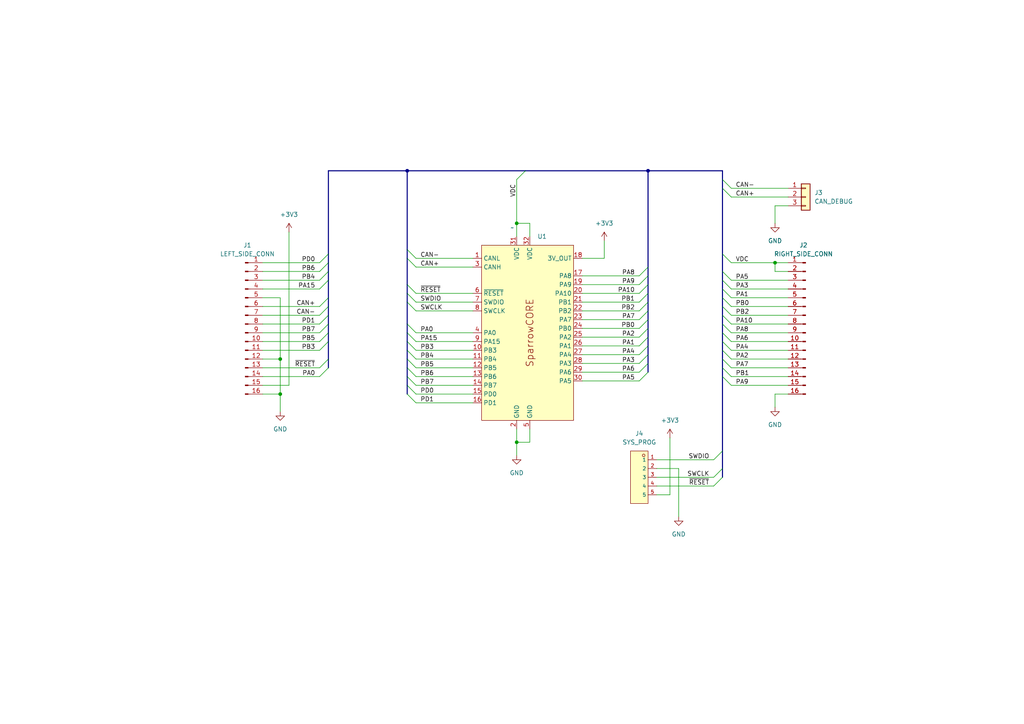
<source format=kicad_sch>
(kicad_sch (version 20230121) (generator eeschema)
  (paper "A4")
  (title_block (title "TinySparrow Breadboard Adapter"))
  (lib_symbols
    (symbol "A2547WV-5P:A2547WV-5P"
      (property "Reference" "U" (at 0 1.27 0))
      (property "Value" "A2547WV-5P" (at 0 -2.54 0))
      (symbol "A2547WV-5P_0_1"
        (rectangle (start 0 7.62) (end 5.08 -7.62) (fill (type background)))
        (circle (center 1.27 6.35) (radius 0.381) (fill (type background)))
        (pin unspecified line (at -2.54 5.08 0) (length 2.54) (name "1") (number "1"))
        (pin unspecified line (at -2.54 2.54 0) (length 2.54) (name "2") (number "2"))
        (pin unspecified line (at -2.54 0 0) (length 2.54) (name "3") (number "3"))
        (pin unspecified line (at -2.54 -2.54 0) (length 2.54) (name "4") (number "4"))
        (pin unspecified line (at -2.54 -5.08 0) (length 2.54) (name "5") (number "5"))
      )
    )
    (symbol "Connector:Conn_01x16_Pin" (pin_names (offset 1.016) hide)
      (property "Reference" "J" (at 0 20.32 0))
      (property "Value" "Conn_01x16_Pin" (at 0 -22.86 0))
      (symbol "Conn_01x16_Pin_1_1"
        (polyline (pts (xy 1.27 -20.32) (xy 0.8636 -20.32)) (stroke (width 0.1524)))
        (polyline (pts (xy 1.27 -17.78) (xy 0.8636 -17.78)) (stroke (width 0.1524)))
        (polyline (pts (xy 1.27 -15.24) (xy 0.8636 -15.24)) (stroke (width 0.1524)))
        (polyline (pts (xy 1.27 -12.7) (xy 0.8636 -12.7)) (stroke (width 0.1524)))
        (polyline (pts (xy 1.27 -10.16) (xy 0.8636 -10.16)) (stroke (width 0.1524)))
        (polyline (pts (xy 1.27 -7.62) (xy 0.8636 -7.62)) (stroke (width 0.1524)))
        (polyline (pts (xy 1.27 -5.08) (xy 0.8636 -5.08)) (stroke (width 0.1524)))
        (polyline (pts (xy 1.27 -2.54) (xy 0.8636 -2.54)) (stroke (width 0.1524)))
        (polyline (pts (xy 1.27 0) (xy 0.8636 0)) (stroke (width 0.1524)))
        (polyline (pts (xy 1.27 2.54) (xy 0.8636 2.54)) (stroke (width 0.1524)))
        (polyline (pts (xy 1.27 5.08) (xy 0.8636 5.08)) (stroke (width 0.1524)))
        (polyline (pts (xy 1.27 7.62) (xy 0.8636 7.62)) (stroke (width 0.1524)))
        (polyline (pts (xy 1.27 10.16) (xy 0.8636 10.16)) (stroke (width 0.1524)))
        (polyline (pts (xy 1.27 12.7) (xy 0.8636 12.7)) (stroke (width 0.1524)))
        (polyline (pts (xy 1.27 15.24) (xy 0.8636 15.24)) (stroke (width 0.1524)))
        (polyline (pts (xy 1.27 17.78) (xy 0.8636 17.78)) (stroke (width 0.1524)))
        (rectangle (start 0.8636 -20.193) (end 0 -20.447) (stroke (width 0.1524)) (fill (type outline)))
        (rectangle (start 0.8636 -17.653) (end 0 -17.907) (stroke (width 0.1524)) (fill (type outline)))
        (rectangle (start 0.8636 -15.113) (end 0 -15.367) (stroke (width 0.1524)) (fill (type outline)))
        (rectangle (start 0.8636 -12.573) (end 0 -12.827) (stroke (width 0.1524)) (fill (type outline)))
        (rectangle (start 0.8636 -10.033) (end 0 -10.287) (stroke (width 0.1524)) (fill (type outline)))
        (rectangle (start 0.8636 -7.493) (end 0 -7.747) (stroke (width 0.1524)) (fill (type outline)))
        (rectangle (start 0.8636 -4.953) (end 0 -5.207) (stroke (width 0.1524)) (fill (type outline)))
        (rectangle (start 0.8636 -2.413) (end 0 -2.667) (stroke (width 0.1524)) (fill (type outline)))
        (rectangle (start 0.8636 0.127) (end 0 -0.127) (stroke (width 0.1524)) (fill (type outline)))
        (rectangle (start 0.8636 2.667) (end 0 2.413) (stroke (width 0.1524)) (fill (type outline)))
        (rectangle (start 0.8636 5.207) (end 0 4.953) (stroke (width 0.1524)) (fill (type outline)))
        (rectangle (start 0.8636 7.747) (end 0 7.493) (stroke (width 0.1524)) (fill (type outline)))
        (rectangle (start 0.8636 10.287) (end 0 10.033) (stroke (width 0.1524)) (fill (type outline)))
        (rectangle (start 0.8636 12.827) (end 0 12.573) (stroke (width 0.1524)) (fill (type outline)))
        (rectangle (start 0.8636 15.367) (end 0 15.113) (stroke (width 0.1524)) (fill (type outline)))
        (rectangle (start 0.8636 17.907) (end 0 17.653) (stroke (width 0.1524)) (fill (type outline)))
        (pin passive line (at 5.08 17.78 180) (length 3.81) (name "Pin_1") (number "1"))
        (pin passive line (at 5.08 -5.08 180) (length 3.81) (name "Pin_10") (number "10"))
        (pin passive line (at 5.08 -7.62 180) (length 3.81) (name "Pin_11") (number "11"))
        (pin passive line (at 5.08 -10.16 180) (length 3.81) (name "Pin_12") (number "12"))
        (pin passive line (at 5.08 -12.7 180) (length 3.81) (name "Pin_13") (number "13"))
        (pin passive line (at 5.08 -15.24 180) (length 3.81) (name "Pin_14") (number "14"))
        (pin passive line (at 5.08 -17.78 180) (length 3.81) (name "Pin_15") (number "15"))
        (pin passive line (at 5.08 -20.32 180) (length 3.81) (name "Pin_16") (number "16"))
        (pin passive line (at 5.08 15.24 180) (length 3.81) (name "Pin_2") (number "2"))
        (pin passive line (at 5.08 12.7 180) (length 3.81) (name "Pin_3") (number "3"))
        (pin passive line (at 5.08 10.16 180) (length 3.81) (name "Pin_4") (number "4"))
        (pin passive line (at 5.08 7.62 180) (length 3.81) (name "Pin_5") (number "5"))
        (pin passive line (at 5.08 5.08 180) (length 3.81) (name "Pin_6") (number "6"))
        (pin passive line (at 5.08 2.54 180) (length 3.81) (name "Pin_7") (number "7"))
        (pin passive line (at 5.08 0 180) (length 3.81) (name "Pin_8") (number "8"))
        (pin passive line (at 5.08 -2.54 180) (length 3.81) (name "Pin_9") (number "9"))
      )
    )
    (symbol "Connector_Generic:Conn_01x03" (pin_names (offset 1.016) hide)
      (property "Reference" "J" (at 0 5.08 0))
      (property "Value" "Conn_01x03" (at 0 -5.08 0))
      (symbol "Conn_01x03_1_1"
        (rectangle (start -1.27 -2.413) (end 0 -2.667) (stroke (width 0.1524)))
        (rectangle (start -1.27 0.127) (end 0 -0.127) (stroke (width 0.1524)))
        (rectangle (start -1.27 2.667) (end 0 2.413) (stroke (width 0.1524)))
        (rectangle (start -1.27 3.81) (end 1.27 -3.81) (stroke (width 0.254)) (fill (type background)))
        (pin passive line (at -5.08 2.54 0) (length 3.81) (name "Pin_1") (number "1"))
        (pin passive line (at -5.08 0 0) (length 3.81) (name "Pin_2") (number "2"))
        (pin passive line (at -5.08 -2.54 0) (length 3.81) (name "Pin_3") (number "3"))
      )
    )
    (symbol "SparrowCore:SparrowCore"
      (property "Reference" "U" (at 10.16 2.54 0))
      (symbol "SparrowCore_1_1"
        (rectangle (start -13.97 0) (end 12.7 -50.8) (fill (type background)))
        (text "SparrowCORE" (at 0 -25.4 900) (effects (font (size 2 2))))
        (pin bidirectional line (at -16.51 -3.81 0) (length 2.54) (name "CANL") (number "1"))
        (pin bidirectional line (at -16.51 -30.48 0) (length 2.54) (name "PB3") (number "10"))
        (pin bidirectional line (at -16.51 -33.02 0) (length 2.54) (name "PB4") (number "11"))
        (pin bidirectional line (at -16.51 -35.56 0) (length 2.54) (name "PB5") (number "12"))
        (pin bidirectional line (at -16.51 -38.1 0) (length 2.54) (name "PB6") (number "13"))
        (pin bidirectional line (at -16.51 -40.64 0) (length 2.54) (name "PB7") (number "14"))
        (pin bidirectional line (at -16.51 -43.18 0) (length 2.54) (name "PD0") (number "15"))
        (pin bidirectional line (at -16.51 -45.72 0) (length 2.54) (name "PD1") (number "16"))
        (pin bidirectional line (at 15.24 -8.89 180) (length 2.54) (name "PA8") (number "17"))
        (pin power_out line (at 15.24 -3.81 180) (length 2.54) (name "3V_OUT") (number "18"))
        (pin bidirectional line (at 15.24 -11.43 180) (length 2.54) (name "PA9") (number "19"))
        (pin power_in line (at -3.81 -53.34 90) (length 2.54) (name "GND") (number "2"))
        (pin bidirectional line (at 15.24 -13.97 180) (length 2.54) (name "PA10") (number "20"))
        (pin bidirectional line (at 15.24 -16.51 180) (length 2.54) (name "PB1") (number "21"))
        (pin bidirectional line (at 15.24 -19.05 180) (length 2.54) (name "PB2") (number "22"))
        (pin bidirectional line (at 15.24 -21.59 180) (length 2.54) (name "PA7") (number "23"))
        (pin bidirectional line (at 15.24 -24.13 180) (length 2.54) (name "PB0") (number "24"))
        (pin bidirectional line (at 15.24 -26.67 180) (length 2.54) (name "PA2") (number "25"))
        (pin bidirectional line (at 15.24 -29.21 180) (length 2.54) (name "PA1") (number "26"))
        (pin bidirectional line (at 15.24 -31.75 180) (length 2.54) (name "PA4") (number "27"))
        (pin bidirectional line (at 15.24 -34.29 180) (length 2.54) (name "PA3") (number "28"))
        (pin bidirectional line (at 15.24 -36.83 180) (length 2.54) (name "PA6") (number "29"))
        (pin bidirectional line (at -16.51 -6.35 0) (length 2.54) (name "CANH") (number "3"))
        (pin bidirectional line (at 15.24 -39.37 180) (length 2.54) (name "PA5") (number "30"))
        (pin power_in line (at -3.81 2.54 270) (length 2.54) (name "VDC") (number "31"))
        (pin power_in line (at 0 2.54 270) (length 2.54) (name "VDC") (number "32"))
        (pin bidirectional line (at -16.51 -25.4 0) (length 2.54) (name "PA0") (number "4"))
        (pin power_in line (at 0 -53.34 90) (length 2.54) (name "GND") (number "5"))
        (pin bidirectional line (at -16.51 -13.97 0) (length 2.54) (name "~{RESET}") (number "6"))
        (pin bidirectional line (at -16.51 -16.51 0) (length 2.54) (name "SWDIO") (number "7"))
        (pin input line (at -16.51 -19.05 0) (length 2.54) (name "SWCLK") (number "8"))
        (pin bidirectional line (at -16.51 -27.94 0) (length 2.54) (name "PA15") (number "9"))
      )
    )
    (symbol "power:+3V3" (power) (pin_names (offset 0))
      (property "Value" "+3V3" (at 0 3.556 0))
      (symbol "+3V3_0_1"
        (polyline (pts (xy -0.762 1.27) (xy 0 2.54)))
        (polyline (pts (xy 0 0) (xy 0 2.54)))
        (polyline (pts (xy 0 2.54) (xy 0.762 1.27)))
      )
      (symbol "+3V3_1_1"
        (pin power_in line (at 0 0 90) (length 0) hide (name "+3V3") (number "1"))
      )
    )
    (symbol "power:GND" (power) (pin_names (offset 0))
      (property "Value" "GND" (at 0 -3.81 0))
      (symbol "GND_0_1"
        (polyline (pts (xy 0 0) (xy 0 -1.27) (xy 1.27 -1.27) (xy 0 -2.54) (xy -1.27 -1.27) (xy 0 -1.27)))
      )
      (symbol "GND_1_1"
        (pin power_in line (at 0 0 270) (length 0) hide (name "GND") (number "1"))
      )
    )
  )
  (junction (at 81.28 104.14))
  (junction (at 118.11 49.53))
  (junction (at 149.86 128.27))
  (junction (at 187.96 49.53))
  (junction (at 81.28 114.3))
  (junction (at 224.79 76.2))
  (junction (at 149.86 64.77))
  (bus_entry (at 92.71 81.28) (size 2.54 -2.54))
  (bus_entry (at 185.42 82.55) (size 2.54 -2.54))
  (bus_entry (at 212.09 104.14) (size -2.54 -2.54))
  (bus_entry (at 120.65 116.84) (size -2.54 -2.54))
  (bus_entry (at 212.09 109.22) (size -2.54 -2.54))
  (bus_entry (at 185.42 100.33) (size 2.54 -2.54))
  (bus_entry (at 120.65 104.14) (size -2.54 -2.54))
  (bus_entry (at 120.65 99.06) (size -2.54 -2.54))
  (bus_entry (at 212.09 99.06) (size -2.54 -2.54))
  (bus_entry (at 212.09 106.68) (size -2.54 -2.54))
  (bus_entry (at 92.71 88.9) (size 2.54 -2.54))
  (bus_entry (at 120.65 111.76) (size -2.54 -2.54))
  (bus_entry (at 120.65 87.63) (size -2.54 -2.54))
  (bus_entry (at 92.71 91.44) (size 2.54 -2.54))
  (bus_entry (at 207.01 138.43) (size 2.54 -2.54))
  (bus_entry (at 185.42 80.01) (size 2.54 -2.54))
  (bus_entry (at 212.09 83.82) (size -2.54 -2.54))
  (bus_entry (at 120.65 85.09) (size -2.54 -2.54))
  (bus_entry (at 92.71 83.82) (size 2.54 -2.54))
  (bus_entry (at 92.71 99.06) (size 2.54 -2.54))
  (bus_entry (at 92.71 101.6) (size 2.54 -2.54))
  (bus_entry (at 212.09 54.61) (size -2.54 -2.54))
  (bus_entry (at 149.86 52.07) (size 2.54 -2.54))
  (bus_entry (at 92.71 93.98) (size 2.54 -2.54))
  (bus_entry (at 120.65 96.52) (size -2.54 -2.54))
  (bus_entry (at 92.71 109.22) (size 2.54 -2.54))
  (bus_entry (at 120.65 109.22) (size -2.54 -2.54))
  (bus_entry (at 92.71 76.2) (size 2.54 -2.54))
  (bus_entry (at 185.42 102.87) (size 2.54 -2.54))
  (bus_entry (at 185.42 107.95) (size 2.54 -2.54))
  (bus_entry (at 185.42 87.63) (size 2.54 -2.54))
  (bus_entry (at 92.71 78.74) (size 2.54 -2.54))
  (bus_entry (at 212.09 93.98) (size -2.54 -2.54))
  (bus_entry (at 212.09 101.6) (size -2.54 -2.54))
  (bus_entry (at 185.42 85.09) (size 2.54 -2.54))
  (bus_entry (at 92.71 96.52) (size 2.54 -2.54))
  (bus_entry (at 120.65 90.17) (size -2.54 -2.54))
  (bus_entry (at 120.65 114.3) (size -2.54 -2.54))
  (bus_entry (at 207.01 133.35) (size 2.54 -2.54))
  (bus_entry (at 212.09 88.9) (size -2.54 -2.54))
  (bus_entry (at 120.65 101.6) (size -2.54 -2.54))
  (bus_entry (at 212.09 81.28) (size -2.54 -2.54))
  (bus_entry (at 212.09 57.15) (size -2.54 -2.54))
  (bus_entry (at 120.65 77.47) (size -2.54 -2.54))
  (bus_entry (at 120.65 106.68) (size -2.54 -2.54))
  (bus_entry (at 185.42 95.25) (size 2.54 -2.54))
  (bus_entry (at 185.42 97.79) (size 2.54 -2.54))
  (bus_entry (at 185.42 105.41) (size 2.54 -2.54))
  (bus_entry (at 212.09 96.52) (size -2.54 -2.54))
  (bus_entry (at 212.09 111.76) (size -2.54 -2.54))
  (bus_entry (at 92.71 106.68) (size 2.54 -2.54))
  (bus_entry (at 212.09 91.44) (size -2.54 -2.54))
  (bus_entry (at 212.09 76.2) (size -2.54 -2.54))
  (bus_entry (at 212.09 86.36) (size -2.54 -2.54))
  (bus_entry (at 185.42 90.17) (size 2.54 -2.54))
  (bus_entry (at 207.01 140.97) (size 2.54 -2.54))
  (bus_entry (at 185.42 110.49) (size 2.54 -2.54))
  (bus_entry (at 120.65 74.93) (size -2.54 -2.54))
  (bus_entry (at 185.42 92.71) (size 2.54 -2.54))
  (wire (pts (xy 168.91 85.09) (xy 185.42 85.09)))
  (bus (pts (xy 95.25 106.68) (xy 95.25 104.14)))
  (wire (pts (xy 212.09 106.68) (xy 228.6 106.68)))
  (wire (pts (xy 224.79 59.69) (xy 228.6 59.69)))
  (bus (pts (xy 209.55 99.06) (xy 209.55 101.6)))
  (bus (pts (xy 187.96 102.87) (xy 187.96 100.33)))
  (wire (pts (xy 153.67 128.27) (xy 153.67 124.46)))
  (bus (pts (xy 95.25 81.28) (xy 95.25 78.74)))
  (wire (pts (xy 137.16 85.09) (xy 120.65 85.09)))
  (bus (pts (xy 209.55 81.28) (xy 209.55 83.82)))
  (wire (pts (xy 168.91 110.49) (xy 185.42 110.49)))
  (wire (pts (xy 175.26 74.93) (xy 168.91 74.93)))
  (bus (pts (xy 187.96 97.79) (xy 187.96 95.25)))
  (wire (pts (xy 76.2 106.68) (xy 92.71 106.68)))
  (bus (pts (xy 209.55 78.74) (xy 209.55 81.28)))
  (bus (pts (xy 209.55 130.81) (xy 209.55 135.89)))
  (bus (pts (xy 187.96 90.17) (xy 187.96 87.63)))
  (wire (pts (xy 190.5 138.43) (xy 207.01 138.43)))
  (bus (pts (xy 209.55 49.53) (xy 209.55 52.07)))
  (bus (pts (xy 209.55 96.52) (xy 209.55 99.06)))
  (bus (pts (xy 152.4 49.53) (xy 187.96 49.53)))
  (wire (pts (xy 196.85 135.89) (xy 196.85 149.86)))
  (wire (pts (xy 81.28 86.36) (xy 76.2 86.36)))
  (bus (pts (xy 209.55 109.22) (xy 209.55 130.81)))
  (bus (pts (xy 187.96 82.55) (xy 187.96 80.01)))
  (wire (pts (xy 76.2 83.82) (xy 92.71 83.82)))
  (wire (pts (xy 76.2 93.98) (xy 92.71 93.98)))
  (bus (pts (xy 118.11 101.6) (xy 118.11 104.14)))
  (wire (pts (xy 228.6 76.2) (xy 224.79 76.2)))
  (bus (pts (xy 209.55 106.68) (xy 209.55 109.22)))
  (bus (pts (xy 209.55 73.66) (xy 209.55 78.74)))
  (wire (pts (xy 76.2 96.52) (xy 92.71 96.52)))
  (bus (pts (xy 118.11 109.22) (xy 118.11 111.76)))
  (bus (pts (xy 209.55 86.36) (xy 209.55 88.9)))
  (wire (pts (xy 168.91 100.33) (xy 185.42 100.33)))
  (bus (pts (xy 118.11 96.52) (xy 118.11 99.06)))
  (wire (pts (xy 228.6 57.15) (xy 212.09 57.15)))
  (wire (pts (xy 81.28 104.14) (xy 81.28 86.36)))
  (bus (pts (xy 209.55 101.6) (xy 209.55 104.14)))
  (bus (pts (xy 118.11 106.68) (xy 118.11 109.22)))
  (bus (pts (xy 118.11 99.06) (xy 118.11 101.6)))
  (wire (pts (xy 137.16 104.14) (xy 120.65 104.14)))
  (wire (pts (xy 228.6 78.74) (xy 224.79 78.74)))
  (wire (pts (xy 168.91 82.55) (xy 185.42 82.55)))
  (wire (pts (xy 137.16 74.93) (xy 120.65 74.93)))
  (bus (pts (xy 95.25 93.98) (xy 95.25 91.44)))
  (wire (pts (xy 190.5 135.89) (xy 196.85 135.89)))
  (bus (pts (xy 187.96 105.41) (xy 187.96 102.87)))
  (bus (pts (xy 187.96 100.33) (xy 187.96 97.79)))
  (bus (pts (xy 118.11 74.93) (xy 118.11 82.55)))
  (wire (pts (xy 212.09 88.9) (xy 228.6 88.9)))
  (wire (pts (xy 137.16 114.3) (xy 120.65 114.3)))
  (wire (pts (xy 168.91 80.01) (xy 185.42 80.01)))
  (bus (pts (xy 118.11 111.76) (xy 118.11 114.3)))
  (wire (pts (xy 149.86 124.46) (xy 149.86 128.27)))
  (bus (pts (xy 95.25 99.06) (xy 95.25 96.52)))
  (wire (pts (xy 81.28 104.14) (xy 76.2 104.14)))
  (wire (pts (xy 137.16 90.17) (xy 120.65 90.17)))
  (bus (pts (xy 209.55 83.82) (xy 209.55 86.36)))
  (wire (pts (xy 212.09 96.52) (xy 228.6 96.52)))
  (wire (pts (xy 149.86 128.27) (xy 149.86 132.08)))
  (bus (pts (xy 95.25 73.66) (xy 95.25 49.53)))
  (wire (pts (xy 212.09 101.6) (xy 228.6 101.6)))
  (wire (pts (xy 168.91 102.87) (xy 185.42 102.87)))
  (wire (pts (xy 76.2 76.2) (xy 92.71 76.2)))
  (wire (pts (xy 168.91 95.25) (xy 185.42 95.25)))
  (wire (pts (xy 137.16 106.68) (xy 120.65 106.68)))
  (bus (pts (xy 118.11 93.98) (xy 118.11 96.52)))
  (bus (pts (xy 95.25 76.2) (xy 95.25 73.66)))
  (wire (pts (xy 212.09 83.82) (xy 228.6 83.82)))
  (wire (pts (xy 137.16 99.06) (xy 120.65 99.06)))
  (wire (pts (xy 224.79 76.2) (xy 212.09 76.2)))
  (bus (pts (xy 209.55 91.44) (xy 209.55 93.98)))
  (bus (pts (xy 209.55 135.89) (xy 209.55 138.43)))
  (wire (pts (xy 137.16 96.52) (xy 120.65 96.52)))
  (bus (pts (xy 95.25 96.52) (xy 95.25 93.98)))
  (wire (pts (xy 149.86 64.77) (xy 149.86 52.07)))
  (bus (pts (xy 118.11 85.09) (xy 118.11 87.63)))
  (wire (pts (xy 168.91 87.63) (xy 185.42 87.63)))
  (wire (pts (xy 83.82 111.76) (xy 76.2 111.76)))
  (wire (pts (xy 194.31 143.51) (xy 190.5 143.51)))
  (wire (pts (xy 76.2 81.28) (xy 92.71 81.28)))
  (bus (pts (xy 118.11 104.14) (xy 118.11 106.68)))
  (wire (pts (xy 224.79 114.3) (xy 228.6 114.3)))
  (wire (pts (xy 76.2 99.06) (xy 92.71 99.06)))
  (bus (pts (xy 209.55 54.61) (xy 209.55 73.66)))
  (wire (pts (xy 190.5 140.97) (xy 207.01 140.97)))
  (wire (pts (xy 83.82 67.31) (xy 83.82 111.76)))
  (wire (pts (xy 224.79 64.77) (xy 224.79 59.69)))
  (wire (pts (xy 149.86 128.27) (xy 153.67 128.27)))
  (bus (pts (xy 118.11 49.53) (xy 152.4 49.53)))
  (bus (pts (xy 118.11 87.63) (xy 118.11 93.98)))
  (wire (pts (xy 212.09 111.76) (xy 228.6 111.76)))
  (wire (pts (xy 81.28 114.3) (xy 81.28 104.14)))
  (wire (pts (xy 137.16 116.84) (xy 120.65 116.84)))
  (wire (pts (xy 168.91 105.41) (xy 185.42 105.41)))
  (wire (pts (xy 168.91 92.71) (xy 185.42 92.71)))
  (wire (pts (xy 153.67 64.77) (xy 149.86 64.77)))
  (wire (pts (xy 212.09 104.14) (xy 228.6 104.14)))
  (wire (pts (xy 168.91 97.79) (xy 185.42 97.79)))
  (wire (pts (xy 228.6 54.61) (xy 212.09 54.61)))
  (bus (pts (xy 187.96 95.25) (xy 187.96 92.71)))
  (bus (pts (xy 95.25 49.53) (xy 118.11 49.53)))
  (wire (pts (xy 76.2 78.74) (xy 92.71 78.74)))
  (wire (pts (xy 190.5 133.35) (xy 207.01 133.35)))
  (wire (pts (xy 168.91 107.95) (xy 185.42 107.95)))
  (wire (pts (xy 212.09 81.28) (xy 228.6 81.28)))
  (bus (pts (xy 95.25 91.44) (xy 95.25 88.9)))
  (bus (pts (xy 118.11 49.53) (xy 118.11 72.39)))
  (wire (pts (xy 137.16 101.6) (xy 120.65 101.6)))
  (wire (pts (xy 175.26 69.85) (xy 175.26 74.93)))
  (bus (pts (xy 95.25 86.36) (xy 95.25 81.28)))
  (wire (pts (xy 137.16 109.22) (xy 120.65 109.22)))
  (bus (pts (xy 187.96 49.53) (xy 209.55 49.53)))
  (bus (pts (xy 118.11 82.55) (xy 118.11 85.09)))
  (bus (pts (xy 209.55 88.9) (xy 209.55 91.44)))
  (wire (pts (xy 212.09 86.36) (xy 228.6 86.36)))
  (wire (pts (xy 212.09 99.06) (xy 228.6 99.06)))
  (wire (pts (xy 153.67 68.58) (xy 153.67 64.77)))
  (wire (pts (xy 212.09 109.22) (xy 228.6 109.22)))
  (bus (pts (xy 95.25 78.74) (xy 95.25 76.2)))
  (bus (pts (xy 209.55 93.98) (xy 209.55 96.52)))
  (wire (pts (xy 224.79 78.74) (xy 224.79 76.2)))
  (bus (pts (xy 187.96 107.95) (xy 187.96 105.41)))
  (bus (pts (xy 95.25 104.14) (xy 95.25 99.06)))
  (wire (pts (xy 137.16 77.47) (xy 120.65 77.47)))
  (wire (pts (xy 224.79 118.11) (xy 224.79 114.3)))
  (wire (pts (xy 137.16 87.63) (xy 120.65 87.63)))
  (bus (pts (xy 187.96 77.47) (xy 187.96 49.53)))
  (bus (pts (xy 95.25 88.9) (xy 95.25 86.36)))
  (bus (pts (xy 187.96 85.09) (xy 187.96 82.55)))
  (wire (pts (xy 76.2 91.44) (xy 92.71 91.44)))
  (wire (pts (xy 212.09 91.44) (xy 228.6 91.44)))
  (bus (pts (xy 187.96 80.01) (xy 187.96 77.47)))
  (bus (pts (xy 209.55 104.14) (xy 209.55 106.68)))
  (wire (pts (xy 81.28 119.38) (xy 81.28 114.3)))
  (wire (pts (xy 137.16 111.76) (xy 120.65 111.76)))
  (wire (pts (xy 194.31 127) (xy 194.31 143.51)))
  (wire (pts (xy 76.2 114.3) (xy 81.28 114.3)))
  (wire (pts (xy 149.86 68.58) (xy 149.86 64.77)))
  (bus (pts (xy 209.55 52.07) (xy 209.55 54.61)))
  (bus (pts (xy 118.11 72.39) (xy 118.11 74.93)))
  (bus (pts (xy 187.96 92.71) (xy 187.96 90.17)))
  (wire (pts (xy 76.2 101.6) (xy 92.71 101.6)))
  (wire (pts (xy 76.2 88.9) (xy 92.71 88.9)))
  (bus (pts (xy 187.96 87.63) (xy 187.96 85.09)))
  (wire (pts (xy 212.09 93.98) (xy 228.6 93.98)))
  (wire (pts (xy 168.91 90.17) (xy 185.42 90.17)))
  (wire (pts (xy 76.2 109.22) (xy 92.71 109.22)))
  (label "PB0" (at 213.36 88.9 0))
  (label "PB6" (at 121.92 109.22 0))
  (label "PB2" (at 213.36 91.44 0))
  (label "CAN-" (at 91.44 91.44 180))
  (label "PA3" (at 213.36 83.82 0))
  (label "PB7" (at 121.92 111.76 0))
  (label "PB4" (at 121.92 104.14 0))
  (label "PA7" (at 184.15 92.71 180))
  (label "PA4" (at 184.15 102.87 180))
  (label "PD1" (at 91.44 93.98 180))
  (label "PA5" (at 213.36 81.28 0))
  (label "SWCLK" (at 121.92 90.17 0))
  (label "PA9" (at 213.36 111.76 0))
  (label "~{RESET}" (at 91.44 106.68 180))
  (label "PB5" (at 121.92 106.68 0))
  (label "VDC" (at 149.86 53.34 270))
  (label "PB4" (at 91.44 81.28 180))
  (label "PA15" (at 91.44 83.82 180))
  (label "PB0" (at 184.15 95.25 180))
  (label "PB7" (at 91.44 96.52 180))
  (label "PA1" (at 213.36 86.36 0))
  (label "PA3" (at 184.15 105.41 180))
  (label "PB3" (at 121.92 101.6 0))
  (label "PA6" (at 213.36 99.06 0))
  (label "PB1" (at 184.15 87.63 180))
  (label "PA8" (at 184.15 80.01 180))
  (label "~{RESET}" (at 205.74 140.97 180))
  (label "CAN-" (at 213.36 54.61 0))
  (label "PA7" (at 213.36 106.68 0))
  (label "PA1" (at 184.15 100.33 180))
  (label "SWDIO" (at 205.74 133.35 180))
  (label "CAN+" (at 121.92 77.47 0))
  (label "PA6" (at 184.15 107.95 180))
  (label "PD1" (at 121.92 116.84 0))
  (label "PA15" (at 121.92 99.06 0))
  (label "PA0" (at 91.44 109.22 180))
  (label "PB6" (at 91.44 78.74 180))
  (label "~{RESET}" (at 121.92 85.09 0))
  (label "CAN-" (at 121.92 74.93 0))
  (label "PB5" (at 91.44 99.06 180))
  (label "PA2" (at 213.36 104.14 0))
  (label "CAN+" (at 213.36 57.15 0))
  (label "SWDIO" (at 121.92 87.63 0))
  (label "PA9" (at 184.15 82.55 180))
  (label "CAN+" (at 91.44 88.9 180))
  (label "PA10" (at 213.36 93.98 0))
  (label "PA0" (at 121.92 96.52 0))
  (label "PD0" (at 91.44 76.2 180))
  (label "PB1" (at 213.36 109.22 0))
  (label "PA2" (at 184.15 97.79 180))
  (label "PA8" (at 213.36 96.52 0))
  (label "SWCLK" (at 205.74 138.43 180))
  (label "PB2" (at 184.15 90.17 180))
  (label "VDC" (at 213.36 76.2 0))
  (label "PA4" (at 213.36 101.6 0))
  (label "PB3" (at 91.44 101.6 180))
  (label "PD0" (at 121.92 114.3 0))
  (label "PA5" (at 184.15 110.49 180))
  (label "PA10" (at 184.15 85.09 180))
  (symbol (lib_id "power:GND") (at 81.28 119.38 0) (unit 1)
    (property "Reference" "#PWR01" (effects hide))
    (property "Value" "GND" (at 81.28 124.46 0))
  )
  (symbol (lib_id "SparrowCore:SparrowCore") (at 153.67 71.12 0) (unit 1)
    (property "Reference" "U1" (at 155.8641 68.58 0) (effects (justify left)))
    (property "Value" "~" (at 148.59 66.04 0))
    (property "Footprint" "SparrowCore:SparrowCore" (effects hide))
  )
  (symbol (lib_id "power:+3V3") (at 175.26 69.85 0) (unit 1)
    (property "Reference" "#PWR03" (effects hide))
    (property "Value" "+3V3" (at 175.26 64.77 0))
  )
  (symbol (lib_id "power:+3V3") (at 83.82 67.31 0) (unit 1)
    (property "Reference" "#PWR05" (effects hide))
    (property "Value" "+3V3" (at 83.82 62.23 0))
  )
  (symbol (lib_id "power:GND") (at 224.79 118.11 0) (unit 1)
    (property "Reference" "#PWR04" (effects hide))
    (property "Value" "GND" (at 224.79 123.19 0))
  )
  (symbol (lib_id "power:+3V3") (at 194.31 127 0) (unit 1)
    (property "Reference" "#PWR07" (effects hide))
    (property "Value" "+3V3" (at 194.31 121.92 0))
  )
  (symbol (lib_id "power:GND") (at 196.85 149.86 0) (unit 1)
    (property "Reference" "#PWR08" (effects hide))
    (property "Value" "GND" (at 196.85 154.94 0))
  )
  (symbol (lib_id "Connector:Conn_01x16_Pin") (at 71.12 93.98 0) (unit 1)
    (property "Reference" "J1" (at 71.755 71.12 0))
    (property "Value" "LEFT_SIDE_CONN" (at 71.755 73.66 0))
    (property "Footprint" "Connector_PinHeader_2.54mm:PinHeader_1x16_P2.54mm_Vertical" (effects hide))
  )
  (symbol (lib_id "power:GND") (at 149.86 132.08 0) (unit 1)
    (property "Reference" "#PWR02" (effects hide))
    (property "Value" "GND" (at 149.86 137.16 0))
  )
  (symbol (lib_id "A2547WV-5P:A2547WV-5P") (at 187.96 138.43 0) (mirror y) (unit 1)
    (property "Reference" "J4" (at 185.42 125.73 0))
    (property "Value" "SYS_PROG" (at 185.42 128.27 0))
    (property "Footprint" "footprints:CONN-TH_A2547WV-5P" (effects hide))
    (property "Datasheet" "https://item.szlcsc.com/238484.html" (effects hide))
    (property "LCSC" "C239380" (effects hide))
  )
  (symbol (lib_id "power:GND") (at 224.79 64.77 0) (unit 1)
    (property "Reference" "#PWR06" (effects hide))
    (property "Value" "GND" (at 224.79 69.85 0))
  )
  (symbol (lib_id "Connector_Generic:Conn_01x03") (at 233.68 57.15 0) (unit 1)
    (property "Reference" "J3" (at 236.22 55.88 0) (effects (justify left)))
    (property "Value" "CAN_DEBUG" (at 236.22 58.42 0) (effects (justify left)))
    (property "Footprint" "Connector_Phoenix_MC:PhoenixContact_MC_1,5_3-G-3.81_1x03_P3.81mm_Horizontal" (effects hide))
  )
  (symbol (lib_id "Connector:Conn_01x16_Pin") (at 233.68 93.98 0) (mirror y) (unit 1)
    (property "Reference" "J2" (at 233.045 71.12 0))
    (property "Value" "RIGHT_SIDE_CONN" (at 233.045 73.66 0))
    (property "Footprint" "Connector_PinHeader_2.54mm:PinHeader_1x16_P2.54mm_Vertical" (effects hide))
  )
)
</source>
